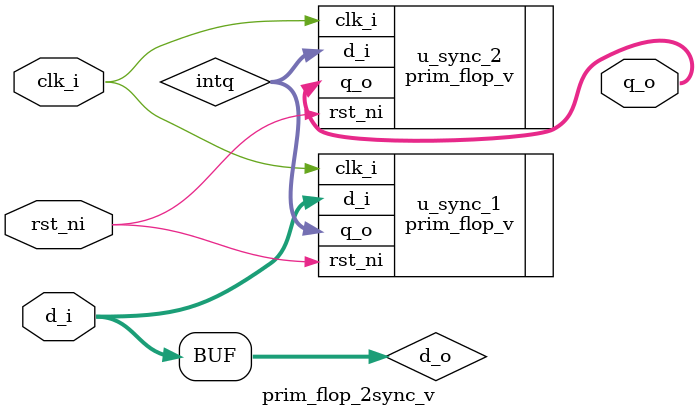
<source format=v>

module prim_flop_2sync_v #(
    parameter Width      = 16,
    parameter ResetValue = 0,
    parameter EnablePrimCdcRand = 1
  ) (
    input              clk_i,
    input              rst_ni,
    input [Width-1:0]  d_i,
    output [Width-1:0] q_o
  );
  
  wire [Width-1:0] d_o;
  wire  [Width-1:0] intq;

  assign d_o = d_i;


  prim_flop_v #(
    .Width(Width),
    .ResetValue(ResetValue)
  ) u_sync_1 (
    .clk_i(clk_i),
    .rst_ni(rst_ni),
    .d_i(d_o),
    .q_o(intq)
  );

  prim_flop_v #(
    .Width(Width),
    .ResetValue(ResetValue)
  ) u_sync_2 (
    .clk_i(clk_i),
    .rst_ni(rst_ni),
    .d_i(intq),
    .q_o(q_o)
  );

endmodule
</source>
